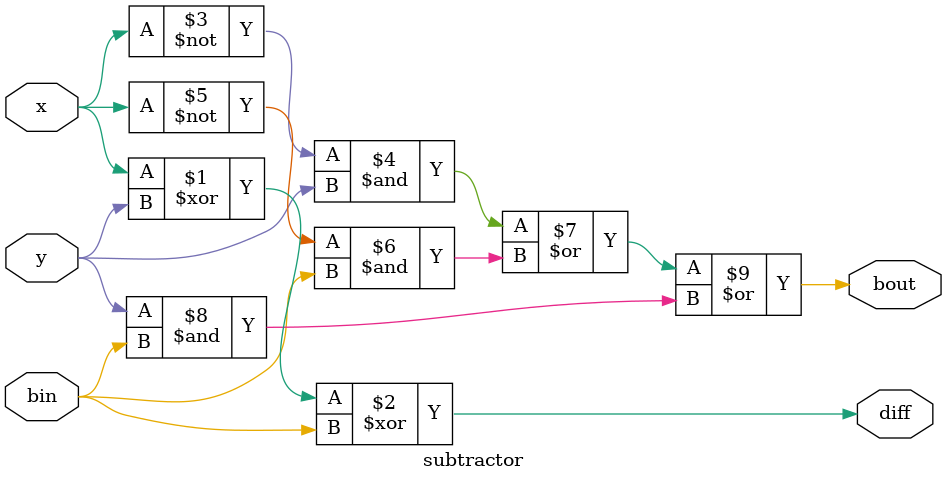
<source format=v>
module subtractor(x, y, bin, diff, bout);

    // Inputs
    input x, y, bin;

    // Outputs
    output diff, bout;

    // Operations

    /* DIFF logic operation*/
    assign diff = x ^ y ^ bin;

    /* Bout logic operation*/
    assign bout = (~x & y) | (~x & bin) | (y & bin);

endmodule
</source>
